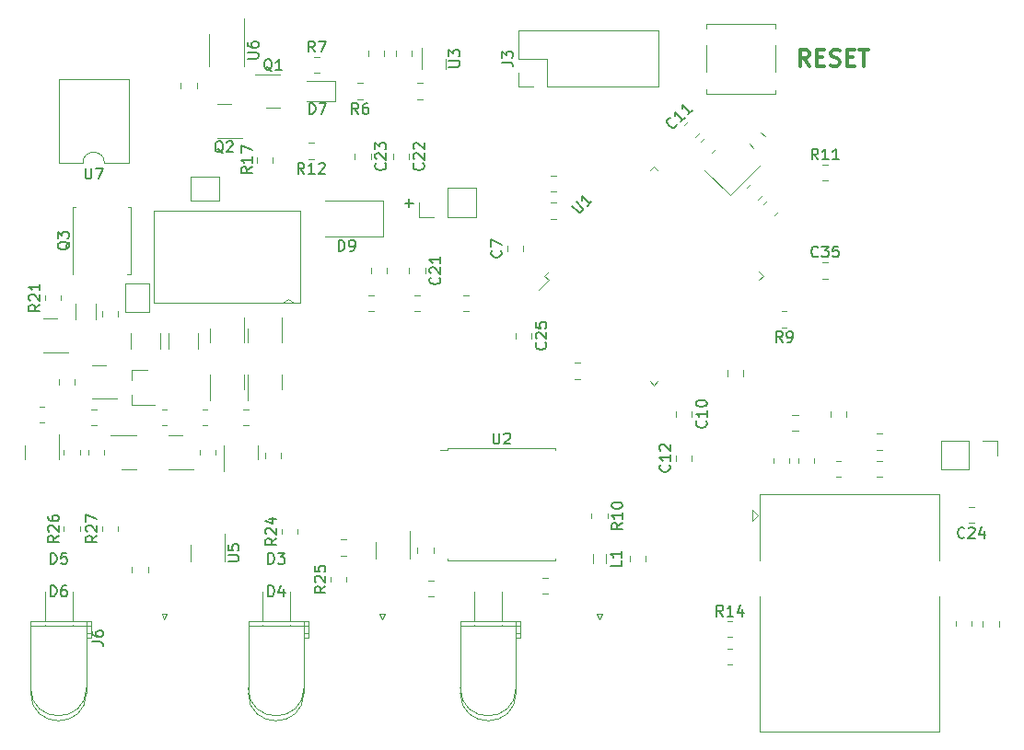
<source format=gbr>
%TF.GenerationSoftware,KiCad,Pcbnew,6.0.2+dfsg-1*%
%TF.CreationDate,2023-05-24T12:36:41-05:00*%
%TF.ProjectId,ethernet,65746865-726e-4657-942e-6b696361645f,rev?*%
%TF.SameCoordinates,Original*%
%TF.FileFunction,Legend,Top*%
%TF.FilePolarity,Positive*%
%FSLAX46Y46*%
G04 Gerber Fmt 4.6, Leading zero omitted, Abs format (unit mm)*
G04 Created by KiCad (PCBNEW 6.0.2+dfsg-1) date 2023-05-24 12:36:41*
%MOMM*%
%LPD*%
G01*
G04 APERTURE LIST*
%ADD10C,0.300000*%
%ADD11C,0.150000*%
%ADD12C,0.120000*%
G04 APERTURE END LIST*
D10*
X123321428Y-56178571D02*
X122821428Y-55464285D01*
X122464285Y-56178571D02*
X122464285Y-54678571D01*
X123035714Y-54678571D01*
X123178571Y-54750000D01*
X123250000Y-54821428D01*
X123321428Y-54964285D01*
X123321428Y-55178571D01*
X123250000Y-55321428D01*
X123178571Y-55392857D01*
X123035714Y-55464285D01*
X122464285Y-55464285D01*
X123964285Y-55392857D02*
X124464285Y-55392857D01*
X124678571Y-56178571D02*
X123964285Y-56178571D01*
X123964285Y-54678571D01*
X124678571Y-54678571D01*
X125250000Y-56107142D02*
X125464285Y-56178571D01*
X125821428Y-56178571D01*
X125964285Y-56107142D01*
X126035714Y-56035714D01*
X126107142Y-55892857D01*
X126107142Y-55750000D01*
X126035714Y-55607142D01*
X125964285Y-55535714D01*
X125821428Y-55464285D01*
X125535714Y-55392857D01*
X125392857Y-55321428D01*
X125321428Y-55250000D01*
X125250000Y-55107142D01*
X125250000Y-54964285D01*
X125321428Y-54821428D01*
X125392857Y-54750000D01*
X125535714Y-54678571D01*
X125892857Y-54678571D01*
X126107142Y-54750000D01*
X126750000Y-55392857D02*
X127250000Y-55392857D01*
X127464285Y-56178571D02*
X126750000Y-56178571D01*
X126750000Y-54678571D01*
X127464285Y-54678571D01*
X127892857Y-54678571D02*
X128750000Y-54678571D01*
X128321428Y-56178571D02*
X128321428Y-54678571D01*
D11*
X86119047Y-68821428D02*
X86880952Y-68821428D01*
X86500000Y-69202380D02*
X86500000Y-68440476D01*
%TO.C,C35*%
X124107142Y-73677142D02*
X124059523Y-73724761D01*
X123916666Y-73772380D01*
X123821428Y-73772380D01*
X123678571Y-73724761D01*
X123583333Y-73629523D01*
X123535714Y-73534285D01*
X123488095Y-73343809D01*
X123488095Y-73200952D01*
X123535714Y-73010476D01*
X123583333Y-72915238D01*
X123678571Y-72820000D01*
X123821428Y-72772380D01*
X123916666Y-72772380D01*
X124059523Y-72820000D01*
X124107142Y-72867619D01*
X124440476Y-72772380D02*
X125059523Y-72772380D01*
X124726190Y-73153333D01*
X124869047Y-73153333D01*
X124964285Y-73200952D01*
X125011904Y-73248571D01*
X125059523Y-73343809D01*
X125059523Y-73581904D01*
X125011904Y-73677142D01*
X124964285Y-73724761D01*
X124869047Y-73772380D01*
X124583333Y-73772380D01*
X124488095Y-73724761D01*
X124440476Y-73677142D01*
X125964285Y-72772380D02*
X125488095Y-72772380D01*
X125440476Y-73248571D01*
X125488095Y-73200952D01*
X125583333Y-73153333D01*
X125821428Y-73153333D01*
X125916666Y-73200952D01*
X125964285Y-73248571D01*
X126011904Y-73343809D01*
X126011904Y-73581904D01*
X125964285Y-73677142D01*
X125916666Y-73724761D01*
X125821428Y-73772380D01*
X125583333Y-73772380D01*
X125488095Y-73724761D01*
X125440476Y-73677142D01*
%TO.C,U5*%
X69852380Y-101761904D02*
X70661904Y-101761904D01*
X70757142Y-101714285D01*
X70804761Y-101666666D01*
X70852380Y-101571428D01*
X70852380Y-101380952D01*
X70804761Y-101285714D01*
X70757142Y-101238095D01*
X70661904Y-101190476D01*
X69852380Y-101190476D01*
X69852380Y-100238095D02*
X69852380Y-100714285D01*
X70328571Y-100761904D01*
X70280952Y-100714285D01*
X70233333Y-100619047D01*
X70233333Y-100380952D01*
X70280952Y-100285714D01*
X70328571Y-100238095D01*
X70423809Y-100190476D01*
X70661904Y-100190476D01*
X70757142Y-100238095D01*
X70804761Y-100285714D01*
X70852380Y-100380952D01*
X70852380Y-100619047D01*
X70804761Y-100714285D01*
X70757142Y-100761904D01*
%TO.C,R27*%
X57802380Y-99392857D02*
X57326190Y-99726190D01*
X57802380Y-99964285D02*
X56802380Y-99964285D01*
X56802380Y-99583333D01*
X56850000Y-99488095D01*
X56897619Y-99440476D01*
X56992857Y-99392857D01*
X57135714Y-99392857D01*
X57230952Y-99440476D01*
X57278571Y-99488095D01*
X57326190Y-99583333D01*
X57326190Y-99964285D01*
X56897619Y-99011904D02*
X56850000Y-98964285D01*
X56802380Y-98869047D01*
X56802380Y-98630952D01*
X56850000Y-98535714D01*
X56897619Y-98488095D01*
X56992857Y-98440476D01*
X57088095Y-98440476D01*
X57230952Y-98488095D01*
X57802380Y-99059523D01*
X57802380Y-98440476D01*
X56802380Y-98107142D02*
X56802380Y-97440476D01*
X57802380Y-97869047D01*
%TO.C,R21*%
X52552380Y-78142857D02*
X52076190Y-78476190D01*
X52552380Y-78714285D02*
X51552380Y-78714285D01*
X51552380Y-78333333D01*
X51600000Y-78238095D01*
X51647619Y-78190476D01*
X51742857Y-78142857D01*
X51885714Y-78142857D01*
X51980952Y-78190476D01*
X52028571Y-78238095D01*
X52076190Y-78333333D01*
X52076190Y-78714285D01*
X51647619Y-77761904D02*
X51600000Y-77714285D01*
X51552380Y-77619047D01*
X51552380Y-77380952D01*
X51600000Y-77285714D01*
X51647619Y-77238095D01*
X51742857Y-77190476D01*
X51838095Y-77190476D01*
X51980952Y-77238095D01*
X52552380Y-77809523D01*
X52552380Y-77190476D01*
X52552380Y-76238095D02*
X52552380Y-76809523D01*
X52552380Y-76523809D02*
X51552380Y-76523809D01*
X51695238Y-76619047D01*
X51790476Y-76714285D01*
X51838095Y-76809523D01*
%TO.C,D7*%
X77324404Y-60602380D02*
X77324404Y-59602380D01*
X77562500Y-59602380D01*
X77705357Y-59650000D01*
X77800595Y-59745238D01*
X77848214Y-59840476D01*
X77895833Y-60030952D01*
X77895833Y-60173809D01*
X77848214Y-60364285D01*
X77800595Y-60459523D01*
X77705357Y-60554761D01*
X77562500Y-60602380D01*
X77324404Y-60602380D01*
X78229166Y-59602380D02*
X78895833Y-59602380D01*
X78467261Y-60602380D01*
%TO.C,R17*%
X72052380Y-65480357D02*
X71576190Y-65813690D01*
X72052380Y-66051785D02*
X71052380Y-66051785D01*
X71052380Y-65670833D01*
X71100000Y-65575595D01*
X71147619Y-65527976D01*
X71242857Y-65480357D01*
X71385714Y-65480357D01*
X71480952Y-65527976D01*
X71528571Y-65575595D01*
X71576190Y-65670833D01*
X71576190Y-66051785D01*
X72052380Y-64527976D02*
X72052380Y-65099404D01*
X72052380Y-64813690D02*
X71052380Y-64813690D01*
X71195238Y-64908928D01*
X71290476Y-65004166D01*
X71338095Y-65099404D01*
X71052380Y-64194642D02*
X71052380Y-63527976D01*
X72052380Y-63956547D01*
%TO.C,R7*%
X77833333Y-54889880D02*
X77500000Y-54413690D01*
X77261904Y-54889880D02*
X77261904Y-53889880D01*
X77642857Y-53889880D01*
X77738095Y-53937500D01*
X77785714Y-53985119D01*
X77833333Y-54080357D01*
X77833333Y-54223214D01*
X77785714Y-54318452D01*
X77738095Y-54366071D01*
X77642857Y-54413690D01*
X77261904Y-54413690D01*
X78166666Y-53889880D02*
X78833333Y-53889880D01*
X78404761Y-54889880D01*
%TO.C,L1*%
X106002380Y-101666666D02*
X106002380Y-102142857D01*
X105002380Y-102142857D01*
X106002380Y-100809523D02*
X106002380Y-101380952D01*
X106002380Y-101095238D02*
X105002380Y-101095238D01*
X105145238Y-101190476D01*
X105240476Y-101285714D01*
X105288095Y-101380952D01*
%TO.C,R11*%
X124107142Y-64802380D02*
X123773809Y-64326190D01*
X123535714Y-64802380D02*
X123535714Y-63802380D01*
X123916666Y-63802380D01*
X124011904Y-63850000D01*
X124059523Y-63897619D01*
X124107142Y-63992857D01*
X124107142Y-64135714D01*
X124059523Y-64230952D01*
X124011904Y-64278571D01*
X123916666Y-64326190D01*
X123535714Y-64326190D01*
X125059523Y-64802380D02*
X124488095Y-64802380D01*
X124773809Y-64802380D02*
X124773809Y-63802380D01*
X124678571Y-63945238D01*
X124583333Y-64040476D01*
X124488095Y-64088095D01*
X126011904Y-64802380D02*
X125440476Y-64802380D01*
X125726190Y-64802380D02*
X125726190Y-63802380D01*
X125630952Y-63945238D01*
X125535714Y-64040476D01*
X125440476Y-64088095D01*
%TO.C,C23*%
X84287142Y-65142857D02*
X84334761Y-65190476D01*
X84382380Y-65333333D01*
X84382380Y-65428571D01*
X84334761Y-65571428D01*
X84239523Y-65666666D01*
X84144285Y-65714285D01*
X83953809Y-65761904D01*
X83810952Y-65761904D01*
X83620476Y-65714285D01*
X83525238Y-65666666D01*
X83430000Y-65571428D01*
X83382380Y-65428571D01*
X83382380Y-65333333D01*
X83430000Y-65190476D01*
X83477619Y-65142857D01*
X83477619Y-64761904D02*
X83430000Y-64714285D01*
X83382380Y-64619047D01*
X83382380Y-64380952D01*
X83430000Y-64285714D01*
X83477619Y-64238095D01*
X83572857Y-64190476D01*
X83668095Y-64190476D01*
X83810952Y-64238095D01*
X84382380Y-64809523D01*
X84382380Y-64190476D01*
X83382380Y-63857142D02*
X83382380Y-63238095D01*
X83763333Y-63571428D01*
X83763333Y-63428571D01*
X83810952Y-63333333D01*
X83858571Y-63285714D01*
X83953809Y-63238095D01*
X84191904Y-63238095D01*
X84287142Y-63285714D01*
X84334761Y-63333333D01*
X84382380Y-63428571D01*
X84382380Y-63714285D01*
X84334761Y-63809523D01*
X84287142Y-63857142D01*
%TO.C,R12*%
X76857142Y-66102380D02*
X76523809Y-65626190D01*
X76285714Y-66102380D02*
X76285714Y-65102380D01*
X76666666Y-65102380D01*
X76761904Y-65150000D01*
X76809523Y-65197619D01*
X76857142Y-65292857D01*
X76857142Y-65435714D01*
X76809523Y-65530952D01*
X76761904Y-65578571D01*
X76666666Y-65626190D01*
X76285714Y-65626190D01*
X77809523Y-66102380D02*
X77238095Y-66102380D01*
X77523809Y-66102380D02*
X77523809Y-65102380D01*
X77428571Y-65245238D01*
X77333333Y-65340476D01*
X77238095Y-65388095D01*
X78190476Y-65197619D02*
X78238095Y-65150000D01*
X78333333Y-65102380D01*
X78571428Y-65102380D01*
X78666666Y-65150000D01*
X78714285Y-65197619D01*
X78761904Y-65292857D01*
X78761904Y-65388095D01*
X78714285Y-65530952D01*
X78142857Y-66102380D01*
X78761904Y-66102380D01*
%TO.C,C10*%
X113787142Y-88842857D02*
X113834761Y-88890476D01*
X113882380Y-89033333D01*
X113882380Y-89128571D01*
X113834761Y-89271428D01*
X113739523Y-89366666D01*
X113644285Y-89414285D01*
X113453809Y-89461904D01*
X113310952Y-89461904D01*
X113120476Y-89414285D01*
X113025238Y-89366666D01*
X112930000Y-89271428D01*
X112882380Y-89128571D01*
X112882380Y-89033333D01*
X112930000Y-88890476D01*
X112977619Y-88842857D01*
X113882380Y-87890476D02*
X113882380Y-88461904D01*
X113882380Y-88176190D02*
X112882380Y-88176190D01*
X113025238Y-88271428D01*
X113120476Y-88366666D01*
X113168095Y-88461904D01*
X112882380Y-87271428D02*
X112882380Y-87176190D01*
X112930000Y-87080952D01*
X112977619Y-87033333D01*
X113072857Y-86985714D01*
X113263333Y-86938095D01*
X113501428Y-86938095D01*
X113691904Y-86985714D01*
X113787142Y-87033333D01*
X113834761Y-87080952D01*
X113882380Y-87176190D01*
X113882380Y-87271428D01*
X113834761Y-87366666D01*
X113787142Y-87414285D01*
X113691904Y-87461904D01*
X113501428Y-87509523D01*
X113263333Y-87509523D01*
X113072857Y-87461904D01*
X112977619Y-87414285D01*
X112930000Y-87366666D01*
X112882380Y-87271428D01*
%TO.C,Q2*%
X69404761Y-64197619D02*
X69309523Y-64150000D01*
X69214285Y-64054761D01*
X69071428Y-63911904D01*
X68976190Y-63864285D01*
X68880952Y-63864285D01*
X68928571Y-64102380D02*
X68833333Y-64054761D01*
X68738095Y-63959523D01*
X68690476Y-63769047D01*
X68690476Y-63435714D01*
X68738095Y-63245238D01*
X68833333Y-63150000D01*
X68928571Y-63102380D01*
X69119047Y-63102380D01*
X69214285Y-63150000D01*
X69309523Y-63245238D01*
X69357142Y-63435714D01*
X69357142Y-63769047D01*
X69309523Y-63959523D01*
X69214285Y-64054761D01*
X69119047Y-64102380D01*
X68928571Y-64102380D01*
X69738095Y-63197619D02*
X69785714Y-63150000D01*
X69880952Y-63102380D01*
X70119047Y-63102380D01*
X70214285Y-63150000D01*
X70261904Y-63197619D01*
X70309523Y-63292857D01*
X70309523Y-63388095D01*
X70261904Y-63530952D01*
X69690476Y-64102380D01*
X70309523Y-64102380D01*
%TO.C,R14*%
X115357142Y-106802380D02*
X115023809Y-106326190D01*
X114785714Y-106802380D02*
X114785714Y-105802380D01*
X115166666Y-105802380D01*
X115261904Y-105850000D01*
X115309523Y-105897619D01*
X115357142Y-105992857D01*
X115357142Y-106135714D01*
X115309523Y-106230952D01*
X115261904Y-106278571D01*
X115166666Y-106326190D01*
X114785714Y-106326190D01*
X116309523Y-106802380D02*
X115738095Y-106802380D01*
X116023809Y-106802380D02*
X116023809Y-105802380D01*
X115928571Y-105945238D01*
X115833333Y-106040476D01*
X115738095Y-106088095D01*
X117166666Y-106135714D02*
X117166666Y-106802380D01*
X116928571Y-105754761D02*
X116690476Y-106469047D01*
X117309523Y-106469047D01*
%TO.C,J6*%
X57352380Y-109128333D02*
X58066666Y-109128333D01*
X58209523Y-109175952D01*
X58304761Y-109271190D01*
X58352380Y-109414047D01*
X58352380Y-109509285D01*
X57352380Y-108223571D02*
X57352380Y-108414047D01*
X57400000Y-108509285D01*
X57447619Y-108556904D01*
X57590476Y-108652142D01*
X57780952Y-108699761D01*
X58161904Y-108699761D01*
X58257142Y-108652142D01*
X58304761Y-108604523D01*
X58352380Y-108509285D01*
X58352380Y-108318809D01*
X58304761Y-108223571D01*
X58257142Y-108175952D01*
X58161904Y-108128333D01*
X57923809Y-108128333D01*
X57828571Y-108175952D01*
X57780952Y-108223571D01*
X57733333Y-108318809D01*
X57733333Y-108509285D01*
X57780952Y-108604523D01*
X57828571Y-108652142D01*
X57923809Y-108699761D01*
%TO.C,U3*%
X90152380Y-56261904D02*
X90961904Y-56261904D01*
X91057142Y-56214285D01*
X91104761Y-56166666D01*
X91152380Y-56071428D01*
X91152380Y-55880952D01*
X91104761Y-55785714D01*
X91057142Y-55738095D01*
X90961904Y-55690476D01*
X90152380Y-55690476D01*
X90152380Y-55309523D02*
X90152380Y-54690476D01*
X90533333Y-55023809D01*
X90533333Y-54880952D01*
X90580952Y-54785714D01*
X90628571Y-54738095D01*
X90723809Y-54690476D01*
X90961904Y-54690476D01*
X91057142Y-54738095D01*
X91104761Y-54785714D01*
X91152380Y-54880952D01*
X91152380Y-55166666D01*
X91104761Y-55261904D01*
X91057142Y-55309523D01*
%TO.C,C22*%
X87787142Y-65142857D02*
X87834761Y-65190476D01*
X87882380Y-65333333D01*
X87882380Y-65428571D01*
X87834761Y-65571428D01*
X87739523Y-65666666D01*
X87644285Y-65714285D01*
X87453809Y-65761904D01*
X87310952Y-65761904D01*
X87120476Y-65714285D01*
X87025238Y-65666666D01*
X86930000Y-65571428D01*
X86882380Y-65428571D01*
X86882380Y-65333333D01*
X86930000Y-65190476D01*
X86977619Y-65142857D01*
X86977619Y-64761904D02*
X86930000Y-64714285D01*
X86882380Y-64619047D01*
X86882380Y-64380952D01*
X86930000Y-64285714D01*
X86977619Y-64238095D01*
X87072857Y-64190476D01*
X87168095Y-64190476D01*
X87310952Y-64238095D01*
X87882380Y-64809523D01*
X87882380Y-64190476D01*
X86977619Y-63809523D02*
X86930000Y-63761904D01*
X86882380Y-63666666D01*
X86882380Y-63428571D01*
X86930000Y-63333333D01*
X86977619Y-63285714D01*
X87072857Y-63238095D01*
X87168095Y-63238095D01*
X87310952Y-63285714D01*
X87882380Y-63857142D01*
X87882380Y-63238095D01*
%TO.C,C25*%
X99037142Y-81642857D02*
X99084761Y-81690476D01*
X99132380Y-81833333D01*
X99132380Y-81928571D01*
X99084761Y-82071428D01*
X98989523Y-82166666D01*
X98894285Y-82214285D01*
X98703809Y-82261904D01*
X98560952Y-82261904D01*
X98370476Y-82214285D01*
X98275238Y-82166666D01*
X98180000Y-82071428D01*
X98132380Y-81928571D01*
X98132380Y-81833333D01*
X98180000Y-81690476D01*
X98227619Y-81642857D01*
X98227619Y-81261904D02*
X98180000Y-81214285D01*
X98132380Y-81119047D01*
X98132380Y-80880952D01*
X98180000Y-80785714D01*
X98227619Y-80738095D01*
X98322857Y-80690476D01*
X98418095Y-80690476D01*
X98560952Y-80738095D01*
X99132380Y-81309523D01*
X99132380Y-80690476D01*
X98132380Y-79785714D02*
X98132380Y-80261904D01*
X98608571Y-80309523D01*
X98560952Y-80261904D01*
X98513333Y-80166666D01*
X98513333Y-79928571D01*
X98560952Y-79833333D01*
X98608571Y-79785714D01*
X98703809Y-79738095D01*
X98941904Y-79738095D01*
X99037142Y-79785714D01*
X99084761Y-79833333D01*
X99132380Y-79928571D01*
X99132380Y-80166666D01*
X99084761Y-80261904D01*
X99037142Y-80309523D01*
%TO.C,R25*%
X78802380Y-104055357D02*
X78326190Y-104388690D01*
X78802380Y-104626785D02*
X77802380Y-104626785D01*
X77802380Y-104245833D01*
X77850000Y-104150595D01*
X77897619Y-104102976D01*
X77992857Y-104055357D01*
X78135714Y-104055357D01*
X78230952Y-104102976D01*
X78278571Y-104150595D01*
X78326190Y-104245833D01*
X78326190Y-104626785D01*
X77897619Y-103674404D02*
X77850000Y-103626785D01*
X77802380Y-103531547D01*
X77802380Y-103293452D01*
X77850000Y-103198214D01*
X77897619Y-103150595D01*
X77992857Y-103102976D01*
X78088095Y-103102976D01*
X78230952Y-103150595D01*
X78802380Y-103722023D01*
X78802380Y-103102976D01*
X77802380Y-102198214D02*
X77802380Y-102674404D01*
X78278571Y-102722023D01*
X78230952Y-102674404D01*
X78183333Y-102579166D01*
X78183333Y-102341071D01*
X78230952Y-102245833D01*
X78278571Y-102198214D01*
X78373809Y-102150595D01*
X78611904Y-102150595D01*
X78707142Y-102198214D01*
X78754761Y-102245833D01*
X78802380Y-102341071D01*
X78802380Y-102579166D01*
X78754761Y-102674404D01*
X78707142Y-102722023D01*
%TO.C,C7*%
X94927142Y-73166666D02*
X94974761Y-73214285D01*
X95022380Y-73357142D01*
X95022380Y-73452380D01*
X94974761Y-73595238D01*
X94879523Y-73690476D01*
X94784285Y-73738095D01*
X94593809Y-73785714D01*
X94450952Y-73785714D01*
X94260476Y-73738095D01*
X94165238Y-73690476D01*
X94070000Y-73595238D01*
X94022380Y-73452380D01*
X94022380Y-73357142D01*
X94070000Y-73214285D01*
X94117619Y-73166666D01*
X94022380Y-72833333D02*
X94022380Y-72166666D01*
X95022380Y-72595238D01*
%TO.C,R9*%
X120833333Y-81602380D02*
X120500000Y-81126190D01*
X120261904Y-81602380D02*
X120261904Y-80602380D01*
X120642857Y-80602380D01*
X120738095Y-80650000D01*
X120785714Y-80697619D01*
X120833333Y-80792857D01*
X120833333Y-80935714D01*
X120785714Y-81030952D01*
X120738095Y-81078571D01*
X120642857Y-81126190D01*
X120261904Y-81126190D01*
X121309523Y-81602380D02*
X121500000Y-81602380D01*
X121595238Y-81554761D01*
X121642857Y-81507142D01*
X121738095Y-81364285D01*
X121785714Y-81173809D01*
X121785714Y-80792857D01*
X121738095Y-80697619D01*
X121690476Y-80650000D01*
X121595238Y-80602380D01*
X121404761Y-80602380D01*
X121309523Y-80650000D01*
X121261904Y-80697619D01*
X121214285Y-80792857D01*
X121214285Y-81030952D01*
X121261904Y-81126190D01*
X121309523Y-81173809D01*
X121404761Y-81221428D01*
X121595238Y-81221428D01*
X121690476Y-81173809D01*
X121738095Y-81126190D01*
X121785714Y-81030952D01*
%TO.C,D3*%
X73531904Y-101992380D02*
X73531904Y-100992380D01*
X73770000Y-100992380D01*
X73912857Y-101040000D01*
X74008095Y-101135238D01*
X74055714Y-101230476D01*
X74103333Y-101420952D01*
X74103333Y-101563809D01*
X74055714Y-101754285D01*
X74008095Y-101849523D01*
X73912857Y-101944761D01*
X73770000Y-101992380D01*
X73531904Y-101992380D01*
X74436666Y-100992380D02*
X75055714Y-100992380D01*
X74722380Y-101373333D01*
X74865238Y-101373333D01*
X74960476Y-101420952D01*
X75008095Y-101468571D01*
X75055714Y-101563809D01*
X75055714Y-101801904D01*
X75008095Y-101897142D01*
X74960476Y-101944761D01*
X74865238Y-101992380D01*
X74579523Y-101992380D01*
X74484285Y-101944761D01*
X74436666Y-101897142D01*
%TO.C,C12*%
X110427142Y-92892857D02*
X110474761Y-92940476D01*
X110522380Y-93083333D01*
X110522380Y-93178571D01*
X110474761Y-93321428D01*
X110379523Y-93416666D01*
X110284285Y-93464285D01*
X110093809Y-93511904D01*
X109950952Y-93511904D01*
X109760476Y-93464285D01*
X109665238Y-93416666D01*
X109570000Y-93321428D01*
X109522380Y-93178571D01*
X109522380Y-93083333D01*
X109570000Y-92940476D01*
X109617619Y-92892857D01*
X110522380Y-91940476D02*
X110522380Y-92511904D01*
X110522380Y-92226190D02*
X109522380Y-92226190D01*
X109665238Y-92321428D01*
X109760476Y-92416666D01*
X109808095Y-92511904D01*
X109617619Y-91559523D02*
X109570000Y-91511904D01*
X109522380Y-91416666D01*
X109522380Y-91178571D01*
X109570000Y-91083333D01*
X109617619Y-91035714D01*
X109712857Y-90988095D01*
X109808095Y-90988095D01*
X109950952Y-91035714D01*
X110522380Y-91607142D01*
X110522380Y-90988095D01*
%TO.C,D6*%
X53531904Y-104992380D02*
X53531904Y-103992380D01*
X53770000Y-103992380D01*
X53912857Y-104040000D01*
X54008095Y-104135238D01*
X54055714Y-104230476D01*
X54103333Y-104420952D01*
X54103333Y-104563809D01*
X54055714Y-104754285D01*
X54008095Y-104849523D01*
X53912857Y-104944761D01*
X53770000Y-104992380D01*
X53531904Y-104992380D01*
X54960476Y-103992380D02*
X54770000Y-103992380D01*
X54674761Y-104040000D01*
X54627142Y-104087619D01*
X54531904Y-104230476D01*
X54484285Y-104420952D01*
X54484285Y-104801904D01*
X54531904Y-104897142D01*
X54579523Y-104944761D01*
X54674761Y-104992380D01*
X54865238Y-104992380D01*
X54960476Y-104944761D01*
X55008095Y-104897142D01*
X55055714Y-104801904D01*
X55055714Y-104563809D01*
X55008095Y-104468571D01*
X54960476Y-104420952D01*
X54865238Y-104373333D01*
X54674761Y-104373333D01*
X54579523Y-104420952D01*
X54531904Y-104468571D01*
X54484285Y-104563809D01*
%TO.C,U7*%
X56738095Y-65572380D02*
X56738095Y-66381904D01*
X56785714Y-66477142D01*
X56833333Y-66524761D01*
X56928571Y-66572380D01*
X57119047Y-66572380D01*
X57214285Y-66524761D01*
X57261904Y-66477142D01*
X57309523Y-66381904D01*
X57309523Y-65572380D01*
X57690476Y-65572380D02*
X58357142Y-65572380D01*
X57928571Y-66572380D01*
%TO.C,C11*%
X111110030Y-61519167D02*
X111110030Y-61586511D01*
X111042686Y-61721198D01*
X110975343Y-61788541D01*
X110840656Y-61855885D01*
X110705969Y-61855885D01*
X110604954Y-61822213D01*
X110436595Y-61721198D01*
X110335580Y-61620183D01*
X110234564Y-61451824D01*
X110200893Y-61350809D01*
X110200893Y-61216122D01*
X110268236Y-61081435D01*
X110335580Y-61014091D01*
X110470267Y-60946748D01*
X110537610Y-60946748D01*
X111850809Y-60913076D02*
X111446748Y-61317137D01*
X111648778Y-61115106D02*
X110941671Y-60407999D01*
X110975343Y-60576358D01*
X110975343Y-60711045D01*
X110941671Y-60812061D01*
X112524244Y-60239641D02*
X112120183Y-60643702D01*
X112322213Y-60441671D02*
X111615106Y-59734564D01*
X111648778Y-59902923D01*
X111648778Y-60037610D01*
X111615106Y-60138625D01*
%TO.C,U1*%
X101462578Y-69040074D02*
X102034998Y-69612494D01*
X102136013Y-69646166D01*
X102203357Y-69646166D01*
X102304372Y-69612494D01*
X102439059Y-69477807D01*
X102472731Y-69376792D01*
X102472731Y-69309448D01*
X102439059Y-69208433D01*
X101866639Y-68636013D01*
X103280853Y-68636013D02*
X102876792Y-69040074D01*
X103078822Y-68838044D02*
X102371716Y-68130937D01*
X102405387Y-68299296D01*
X102405387Y-68433983D01*
X102371716Y-68534998D01*
%TO.C,R24*%
X74302380Y-99642857D02*
X73826190Y-99976190D01*
X74302380Y-100214285D02*
X73302380Y-100214285D01*
X73302380Y-99833333D01*
X73350000Y-99738095D01*
X73397619Y-99690476D01*
X73492857Y-99642857D01*
X73635714Y-99642857D01*
X73730952Y-99690476D01*
X73778571Y-99738095D01*
X73826190Y-99833333D01*
X73826190Y-100214285D01*
X73397619Y-99261904D02*
X73350000Y-99214285D01*
X73302380Y-99119047D01*
X73302380Y-98880952D01*
X73350000Y-98785714D01*
X73397619Y-98738095D01*
X73492857Y-98690476D01*
X73588095Y-98690476D01*
X73730952Y-98738095D01*
X74302380Y-99309523D01*
X74302380Y-98690476D01*
X73635714Y-97833333D02*
X74302380Y-97833333D01*
X73254761Y-98071428D02*
X73969047Y-98309523D01*
X73969047Y-97690476D01*
%TO.C,U6*%
X71652380Y-55511904D02*
X72461904Y-55511904D01*
X72557142Y-55464285D01*
X72604761Y-55416666D01*
X72652380Y-55321428D01*
X72652380Y-55130952D01*
X72604761Y-55035714D01*
X72557142Y-54988095D01*
X72461904Y-54940476D01*
X71652380Y-54940476D01*
X71652380Y-54035714D02*
X71652380Y-54226190D01*
X71700000Y-54321428D01*
X71747619Y-54369047D01*
X71890476Y-54464285D01*
X72080952Y-54511904D01*
X72461904Y-54511904D01*
X72557142Y-54464285D01*
X72604761Y-54416666D01*
X72652380Y-54321428D01*
X72652380Y-54130952D01*
X72604761Y-54035714D01*
X72557142Y-53988095D01*
X72461904Y-53940476D01*
X72223809Y-53940476D01*
X72128571Y-53988095D01*
X72080952Y-54035714D01*
X72033333Y-54130952D01*
X72033333Y-54321428D01*
X72080952Y-54416666D01*
X72128571Y-54464285D01*
X72223809Y-54511904D01*
%TO.C,Q1*%
X73904761Y-56647619D02*
X73809523Y-56600000D01*
X73714285Y-56504761D01*
X73571428Y-56361904D01*
X73476190Y-56314285D01*
X73380952Y-56314285D01*
X73428571Y-56552380D02*
X73333333Y-56504761D01*
X73238095Y-56409523D01*
X73190476Y-56219047D01*
X73190476Y-55885714D01*
X73238095Y-55695238D01*
X73333333Y-55600000D01*
X73428571Y-55552380D01*
X73619047Y-55552380D01*
X73714285Y-55600000D01*
X73809523Y-55695238D01*
X73857142Y-55885714D01*
X73857142Y-56219047D01*
X73809523Y-56409523D01*
X73714285Y-56504761D01*
X73619047Y-56552380D01*
X73428571Y-56552380D01*
X74809523Y-56552380D02*
X74238095Y-56552380D01*
X74523809Y-56552380D02*
X74523809Y-55552380D01*
X74428571Y-55695238D01*
X74333333Y-55790476D01*
X74238095Y-55838095D01*
%TO.C,R26*%
X54302380Y-99392857D02*
X53826190Y-99726190D01*
X54302380Y-99964285D02*
X53302380Y-99964285D01*
X53302380Y-99583333D01*
X53350000Y-99488095D01*
X53397619Y-99440476D01*
X53492857Y-99392857D01*
X53635714Y-99392857D01*
X53730952Y-99440476D01*
X53778571Y-99488095D01*
X53826190Y-99583333D01*
X53826190Y-99964285D01*
X53397619Y-99011904D02*
X53350000Y-98964285D01*
X53302380Y-98869047D01*
X53302380Y-98630952D01*
X53350000Y-98535714D01*
X53397619Y-98488095D01*
X53492857Y-98440476D01*
X53588095Y-98440476D01*
X53730952Y-98488095D01*
X54302380Y-99059523D01*
X54302380Y-98440476D01*
X53302380Y-97583333D02*
X53302380Y-97773809D01*
X53350000Y-97869047D01*
X53397619Y-97916666D01*
X53540476Y-98011904D01*
X53730952Y-98059523D01*
X54111904Y-98059523D01*
X54207142Y-98011904D01*
X54254761Y-97964285D01*
X54302380Y-97869047D01*
X54302380Y-97678571D01*
X54254761Y-97583333D01*
X54207142Y-97535714D01*
X54111904Y-97488095D01*
X53873809Y-97488095D01*
X53778571Y-97535714D01*
X53730952Y-97583333D01*
X53683333Y-97678571D01*
X53683333Y-97869047D01*
X53730952Y-97964285D01*
X53778571Y-98011904D01*
X53873809Y-98059523D01*
%TO.C,D5*%
X53531904Y-101992380D02*
X53531904Y-100992380D01*
X53770000Y-100992380D01*
X53912857Y-101040000D01*
X54008095Y-101135238D01*
X54055714Y-101230476D01*
X54103333Y-101420952D01*
X54103333Y-101563809D01*
X54055714Y-101754285D01*
X54008095Y-101849523D01*
X53912857Y-101944761D01*
X53770000Y-101992380D01*
X53531904Y-101992380D01*
X55008095Y-100992380D02*
X54531904Y-100992380D01*
X54484285Y-101468571D01*
X54531904Y-101420952D01*
X54627142Y-101373333D01*
X54865238Y-101373333D01*
X54960476Y-101420952D01*
X55008095Y-101468571D01*
X55055714Y-101563809D01*
X55055714Y-101801904D01*
X55008095Y-101897142D01*
X54960476Y-101944761D01*
X54865238Y-101992380D01*
X54627142Y-101992380D01*
X54531904Y-101944761D01*
X54484285Y-101897142D01*
%TO.C,J3*%
X95047380Y-55838333D02*
X95761666Y-55838333D01*
X95904523Y-55885952D01*
X95999761Y-55981190D01*
X96047380Y-56124047D01*
X96047380Y-56219285D01*
X95047380Y-55457380D02*
X95047380Y-54838333D01*
X95428333Y-55171666D01*
X95428333Y-55028809D01*
X95475952Y-54933571D01*
X95523571Y-54885952D01*
X95618809Y-54838333D01*
X95856904Y-54838333D01*
X95952142Y-54885952D01*
X95999761Y-54933571D01*
X96047380Y-55028809D01*
X96047380Y-55314523D01*
X95999761Y-55409761D01*
X95952142Y-55457380D01*
%TO.C,C24*%
X137557142Y-99537142D02*
X137509523Y-99584761D01*
X137366666Y-99632380D01*
X137271428Y-99632380D01*
X137128571Y-99584761D01*
X137033333Y-99489523D01*
X136985714Y-99394285D01*
X136938095Y-99203809D01*
X136938095Y-99060952D01*
X136985714Y-98870476D01*
X137033333Y-98775238D01*
X137128571Y-98680000D01*
X137271428Y-98632380D01*
X137366666Y-98632380D01*
X137509523Y-98680000D01*
X137557142Y-98727619D01*
X137938095Y-98727619D02*
X137985714Y-98680000D01*
X138080952Y-98632380D01*
X138319047Y-98632380D01*
X138414285Y-98680000D01*
X138461904Y-98727619D01*
X138509523Y-98822857D01*
X138509523Y-98918095D01*
X138461904Y-99060952D01*
X137890476Y-99632380D01*
X138509523Y-99632380D01*
X139366666Y-98965714D02*
X139366666Y-99632380D01*
X139128571Y-98584761D02*
X138890476Y-99299047D01*
X139509523Y-99299047D01*
%TO.C,U2*%
X94238095Y-89952380D02*
X94238095Y-90761904D01*
X94285714Y-90857142D01*
X94333333Y-90904761D01*
X94428571Y-90952380D01*
X94619047Y-90952380D01*
X94714285Y-90904761D01*
X94761904Y-90857142D01*
X94809523Y-90761904D01*
X94809523Y-89952380D01*
X95238095Y-90047619D02*
X95285714Y-90000000D01*
X95380952Y-89952380D01*
X95619047Y-89952380D01*
X95714285Y-90000000D01*
X95761904Y-90047619D01*
X95809523Y-90142857D01*
X95809523Y-90238095D01*
X95761904Y-90380952D01*
X95190476Y-90952380D01*
X95809523Y-90952380D01*
%TO.C,D9*%
X80011904Y-73202380D02*
X80011904Y-72202380D01*
X80250000Y-72202380D01*
X80392857Y-72250000D01*
X80488095Y-72345238D01*
X80535714Y-72440476D01*
X80583333Y-72630952D01*
X80583333Y-72773809D01*
X80535714Y-72964285D01*
X80488095Y-73059523D01*
X80392857Y-73154761D01*
X80250000Y-73202380D01*
X80011904Y-73202380D01*
X81059523Y-73202380D02*
X81250000Y-73202380D01*
X81345238Y-73154761D01*
X81392857Y-73107142D01*
X81488095Y-72964285D01*
X81535714Y-72773809D01*
X81535714Y-72392857D01*
X81488095Y-72297619D01*
X81440476Y-72250000D01*
X81345238Y-72202380D01*
X81154761Y-72202380D01*
X81059523Y-72250000D01*
X81011904Y-72297619D01*
X80964285Y-72392857D01*
X80964285Y-72630952D01*
X81011904Y-72726190D01*
X81059523Y-72773809D01*
X81154761Y-72821428D01*
X81345238Y-72821428D01*
X81440476Y-72773809D01*
X81488095Y-72726190D01*
X81535714Y-72630952D01*
%TO.C,R10*%
X106102380Y-98230357D02*
X105626190Y-98563690D01*
X106102380Y-98801785D02*
X105102380Y-98801785D01*
X105102380Y-98420833D01*
X105150000Y-98325595D01*
X105197619Y-98277976D01*
X105292857Y-98230357D01*
X105435714Y-98230357D01*
X105530952Y-98277976D01*
X105578571Y-98325595D01*
X105626190Y-98420833D01*
X105626190Y-98801785D01*
X106102380Y-97277976D02*
X106102380Y-97849404D01*
X106102380Y-97563690D02*
X105102380Y-97563690D01*
X105245238Y-97658928D01*
X105340476Y-97754166D01*
X105388095Y-97849404D01*
X105102380Y-96658928D02*
X105102380Y-96563690D01*
X105150000Y-96468452D01*
X105197619Y-96420833D01*
X105292857Y-96373214D01*
X105483333Y-96325595D01*
X105721428Y-96325595D01*
X105911904Y-96373214D01*
X106007142Y-96420833D01*
X106054761Y-96468452D01*
X106102380Y-96563690D01*
X106102380Y-96658928D01*
X106054761Y-96754166D01*
X106007142Y-96801785D01*
X105911904Y-96849404D01*
X105721428Y-96897023D01*
X105483333Y-96897023D01*
X105292857Y-96849404D01*
X105197619Y-96801785D01*
X105150000Y-96754166D01*
X105102380Y-96658928D01*
%TO.C,R6*%
X81833333Y-60602380D02*
X81500000Y-60126190D01*
X81261904Y-60602380D02*
X81261904Y-59602380D01*
X81642857Y-59602380D01*
X81738095Y-59650000D01*
X81785714Y-59697619D01*
X81833333Y-59792857D01*
X81833333Y-59935714D01*
X81785714Y-60030952D01*
X81738095Y-60078571D01*
X81642857Y-60126190D01*
X81261904Y-60126190D01*
X82690476Y-59602380D02*
X82500000Y-59602380D01*
X82404761Y-59650000D01*
X82357142Y-59697619D01*
X82261904Y-59840476D01*
X82214285Y-60030952D01*
X82214285Y-60411904D01*
X82261904Y-60507142D01*
X82309523Y-60554761D01*
X82404761Y-60602380D01*
X82595238Y-60602380D01*
X82690476Y-60554761D01*
X82738095Y-60507142D01*
X82785714Y-60411904D01*
X82785714Y-60173809D01*
X82738095Y-60078571D01*
X82690476Y-60030952D01*
X82595238Y-59983333D01*
X82404761Y-59983333D01*
X82309523Y-60030952D01*
X82261904Y-60078571D01*
X82214285Y-60173809D01*
%TO.C,Q3*%
X55297619Y-72345238D02*
X55250000Y-72440476D01*
X55154761Y-72535714D01*
X55011904Y-72678571D01*
X54964285Y-72773809D01*
X54964285Y-72869047D01*
X55202380Y-72821428D02*
X55154761Y-72916666D01*
X55059523Y-73011904D01*
X54869047Y-73059523D01*
X54535714Y-73059523D01*
X54345238Y-73011904D01*
X54250000Y-72916666D01*
X54202380Y-72821428D01*
X54202380Y-72630952D01*
X54250000Y-72535714D01*
X54345238Y-72440476D01*
X54535714Y-72392857D01*
X54869047Y-72392857D01*
X55059523Y-72440476D01*
X55154761Y-72535714D01*
X55202380Y-72630952D01*
X55202380Y-72821428D01*
X54202380Y-72059523D02*
X54202380Y-71440476D01*
X54583333Y-71773809D01*
X54583333Y-71630952D01*
X54630952Y-71535714D01*
X54678571Y-71488095D01*
X54773809Y-71440476D01*
X55011904Y-71440476D01*
X55107142Y-71488095D01*
X55154761Y-71535714D01*
X55202380Y-71630952D01*
X55202380Y-71916666D01*
X55154761Y-72011904D01*
X55107142Y-72059523D01*
%TO.C,D4*%
X73531904Y-104992380D02*
X73531904Y-103992380D01*
X73770000Y-103992380D01*
X73912857Y-104040000D01*
X74008095Y-104135238D01*
X74055714Y-104230476D01*
X74103333Y-104420952D01*
X74103333Y-104563809D01*
X74055714Y-104754285D01*
X74008095Y-104849523D01*
X73912857Y-104944761D01*
X73770000Y-104992380D01*
X73531904Y-104992380D01*
X74960476Y-104325714D02*
X74960476Y-104992380D01*
X74722380Y-103944761D02*
X74484285Y-104659047D01*
X75103333Y-104659047D01*
%TO.C,C21*%
X89287142Y-75642857D02*
X89334761Y-75690476D01*
X89382380Y-75833333D01*
X89382380Y-75928571D01*
X89334761Y-76071428D01*
X89239523Y-76166666D01*
X89144285Y-76214285D01*
X88953809Y-76261904D01*
X88810952Y-76261904D01*
X88620476Y-76214285D01*
X88525238Y-76166666D01*
X88430000Y-76071428D01*
X88382380Y-75928571D01*
X88382380Y-75833333D01*
X88430000Y-75690476D01*
X88477619Y-75642857D01*
X88477619Y-75261904D02*
X88430000Y-75214285D01*
X88382380Y-75119047D01*
X88382380Y-74880952D01*
X88430000Y-74785714D01*
X88477619Y-74738095D01*
X88572857Y-74690476D01*
X88668095Y-74690476D01*
X88810952Y-74738095D01*
X89382380Y-75309523D01*
X89382380Y-74690476D01*
X89382380Y-73738095D02*
X89382380Y-74309523D01*
X89382380Y-74023809D02*
X88382380Y-74023809D01*
X88525238Y-74119047D01*
X88620476Y-74214285D01*
X88668095Y-74309523D01*
D12*
%TO.C,C35*%
X124488748Y-75735000D02*
X125011252Y-75735000D01*
X124488748Y-74265000D02*
X125011252Y-74265000D01*
%TO.C,U5*%
X66440000Y-101000000D02*
X66440000Y-100200000D01*
X69560000Y-101000000D02*
X69560000Y-101800000D01*
X66440000Y-101000000D02*
X66440000Y-101800000D01*
X69560000Y-101000000D02*
X69560000Y-99200000D01*
%TO.C,Q13*%
X51190000Y-91750000D02*
X51190000Y-92400000D01*
X51190000Y-91750000D02*
X51190000Y-91100000D01*
X54310000Y-91750000D02*
X54310000Y-92400000D01*
X54310000Y-91750000D02*
X54310000Y-90075000D01*
%TO.C,R27*%
X58265000Y-98977064D02*
X58265000Y-98522936D01*
X59735000Y-98977064D02*
X59735000Y-98522936D01*
%TO.C,C16*%
X100061252Y-70235000D02*
X99538748Y-70235000D01*
X100061252Y-68765000D02*
X99538748Y-68765000D01*
%TO.C,J2*%
X104250000Y-106600000D02*
X103750000Y-106600000D01*
X103750000Y-106600000D02*
X104000000Y-107100000D01*
X104000000Y-107100000D02*
X104250000Y-106600000D01*
%TO.C,R4*%
X123735000Y-92272936D02*
X123735000Y-92727064D01*
X122265000Y-92272936D02*
X122265000Y-92727064D01*
%TO.C,R5*%
X114359165Y-64180282D02*
X114680282Y-63859165D01*
X113319718Y-63140835D02*
X113640835Y-62819718D01*
%TO.C,R21*%
X54485000Y-77727064D02*
X54485000Y-77272936D01*
X53015000Y-77727064D02*
X53015000Y-77272936D01*
%TO.C,D8*%
X60990000Y-84170000D02*
X60990000Y-85100000D01*
X60990000Y-84170000D02*
X62450000Y-84170000D01*
X60990000Y-87330000D02*
X60990000Y-86400000D01*
X60990000Y-87330000D02*
X63150000Y-87330000D01*
%TO.C,D7*%
X79747500Y-59460000D02*
X79747500Y-57540000D01*
X79747500Y-57540000D02*
X77062500Y-57540000D01*
X77062500Y-59460000D02*
X79747500Y-59460000D01*
%TO.C,R17*%
X72515000Y-65064564D02*
X72515000Y-64610436D01*
X73985000Y-65064564D02*
X73985000Y-64610436D01*
%TO.C,C1*%
X117545543Y-67415010D02*
X117915010Y-67045543D01*
X118584990Y-68454457D02*
X118954457Y-68084990D01*
%TO.C,Q7*%
X58000000Y-83690000D02*
X58650000Y-83690000D01*
X58000000Y-83690000D02*
X57350000Y-83690000D01*
X58000000Y-86810000D02*
X57350000Y-86810000D01*
X58000000Y-86810000D02*
X59675000Y-86810000D01*
%TO.C,R7*%
X77772936Y-55352500D02*
X78227064Y-55352500D01*
X77772936Y-56822500D02*
X78227064Y-56822500D01*
%TO.C,C30*%
X67110000Y-80788748D02*
X67110000Y-82211252D01*
X64390000Y-80788748D02*
X64390000Y-82211252D01*
%TO.C,C9*%
X80761252Y-99765000D02*
X80238748Y-99765000D01*
X80761252Y-101235000D02*
X80238748Y-101235000D01*
%TO.C,L1*%
X103440000Y-101100378D02*
X103440000Y-101899622D01*
X104560000Y-101100378D02*
X104560000Y-101899622D01*
%TO.C,J4*%
X92620000Y-70080000D02*
X92620000Y-67420000D01*
X88750000Y-70080000D02*
X87420000Y-70080000D01*
X90020000Y-70080000D02*
X92620000Y-70080000D01*
X87420000Y-70080000D02*
X87420000Y-68750000D01*
X90020000Y-70080000D02*
X90020000Y-67420000D01*
X90020000Y-67420000D02*
X92620000Y-67420000D01*
%TO.C,C4*%
X102261252Y-84985000D02*
X101738748Y-84985000D01*
X102261252Y-83515000D02*
X101738748Y-83515000D01*
%TO.C,R1*%
X129977064Y-92515000D02*
X129522936Y-92515000D01*
X129977064Y-93985000D02*
X129522936Y-93985000D01*
%TO.C,R11*%
X124522936Y-65265000D02*
X124977064Y-65265000D01*
X124522936Y-66735000D02*
X124977064Y-66735000D01*
%TO.C,C31*%
X57238748Y-87765000D02*
X57761252Y-87765000D01*
X57238748Y-89235000D02*
X57761252Y-89235000D01*
%TO.C,C18*%
X91488748Y-78735000D02*
X92011252Y-78735000D01*
X91488748Y-77265000D02*
X92011252Y-77265000D01*
%TO.C,Q9*%
X68190000Y-85250000D02*
X68190000Y-84600000D01*
X68190000Y-85250000D02*
X68190000Y-86925000D01*
X71310000Y-85250000D02*
X71310000Y-85900000D01*
X71310000Y-85250000D02*
X71310000Y-84600000D01*
%TO.C,U4*%
X83440000Y-100750000D02*
X83440000Y-101550000D01*
X83440000Y-100750000D02*
X83440000Y-99950000D01*
X86560000Y-100750000D02*
X86560000Y-98950000D01*
X86560000Y-100750000D02*
X86560000Y-101550000D01*
%TO.C,R30*%
X68735000Y-91522936D02*
X68735000Y-91977064D01*
X67265000Y-91522936D02*
X67265000Y-91977064D01*
%TO.C,C23*%
X82985000Y-64238748D02*
X82985000Y-64761252D01*
X81515000Y-64238748D02*
X81515000Y-64761252D01*
%TO.C,R12*%
X77727064Y-63265000D02*
X77272936Y-63265000D01*
X77727064Y-64735000D02*
X77272936Y-64735000D01*
%TO.C,Q5*%
X74810000Y-81000000D02*
X74810000Y-79325000D01*
X74810000Y-81000000D02*
X74810000Y-81650000D01*
X71690000Y-81000000D02*
X71690000Y-80350000D01*
X71690000Y-81000000D02*
X71690000Y-81650000D01*
%TO.C,R19*%
X98772936Y-103265000D02*
X99227064Y-103265000D01*
X98772936Y-104735000D02*
X99227064Y-104735000D01*
%TO.C,R33*%
X56235000Y-91977064D02*
X56235000Y-91522936D01*
X54765000Y-91977064D02*
X54765000Y-91522936D01*
%TO.C,Q8*%
X71690000Y-85250000D02*
X71690000Y-84600000D01*
X74810000Y-85250000D02*
X74810000Y-84600000D01*
X74810000Y-85250000D02*
X74810000Y-85900000D01*
X71690000Y-85250000D02*
X71690000Y-86925000D01*
%TO.C,C10*%
X112485000Y-87938748D02*
X112485000Y-88461252D01*
X111015000Y-87938748D02*
X111015000Y-88461252D01*
%TO.C,R2*%
X126227064Y-93985000D02*
X125772936Y-93985000D01*
X126227064Y-92515000D02*
X125772936Y-92515000D01*
%TO.C,R23*%
X88727064Y-103515000D02*
X88272936Y-103515000D01*
X88727064Y-104985000D02*
X88272936Y-104985000D01*
%TO.C,Q2*%
X69500000Y-62810000D02*
X68850000Y-62810000D01*
X69500000Y-59690000D02*
X68850000Y-59690000D01*
X69500000Y-59690000D02*
X70150000Y-59690000D01*
X69500000Y-62810000D02*
X71175000Y-62810000D01*
%TO.C,R14*%
X115772936Y-108735000D02*
X116227064Y-108735000D01*
X115772936Y-107265000D02*
X116227064Y-107265000D01*
%TO.C,J6*%
X64250000Y-106600000D02*
X63750000Y-106600000D01*
X64000000Y-107100000D02*
X64250000Y-106600000D01*
X63750000Y-106600000D02*
X64000000Y-107100000D01*
%TO.C,U3*%
X87640000Y-54500000D02*
X87640000Y-56500000D01*
X89860000Y-55500000D02*
X89860000Y-56500000D01*
%TO.C,C8*%
X88735000Y-100488748D02*
X88735000Y-101011252D01*
X87265000Y-100488748D02*
X87265000Y-101011252D01*
%TO.C,C22*%
X86485000Y-64238748D02*
X86485000Y-64761252D01*
X85015000Y-64238748D02*
X85015000Y-64761252D01*
%TO.C,D2*%
X95040000Y-107580000D02*
X95040000Y-107710000D01*
X96330000Y-107710000D02*
X96730000Y-107710000D01*
X95040000Y-107710000D02*
X95040000Y-107580000D01*
X92500000Y-107580000D02*
X92500000Y-107710000D01*
X92500000Y-107580000D02*
X92500000Y-107580000D01*
X92500000Y-107710000D02*
X92500000Y-107580000D01*
X92500000Y-107710000D02*
X92500000Y-107710000D01*
X91210000Y-107710000D02*
X96330000Y-107710000D01*
X96330000Y-108830000D02*
X96330000Y-107710000D01*
X95040000Y-107710000D02*
X95040000Y-107710000D01*
X91210000Y-107710000D02*
X91210000Y-113870000D01*
X95040000Y-107580000D02*
X95040000Y-107580000D01*
X96730000Y-107710000D02*
X96730000Y-108830000D01*
X96330000Y-107710000D02*
X96330000Y-113870000D01*
X96730000Y-108830000D02*
X96330000Y-108830000D01*
X91210000Y-113870000D02*
G75*
G03*
X96330000Y-113870000I2560000J0D01*
G01*
%TO.C,TR1*%
X63015000Y-69500000D02*
X76485000Y-69500000D01*
X76485000Y-78000000D02*
X63015000Y-78000000D01*
X75870000Y-78000000D02*
X75370000Y-77600000D01*
X63015000Y-78000000D02*
X63015000Y-69500000D01*
X75370000Y-77600000D02*
X74870000Y-78000000D01*
X76485000Y-69500000D02*
X76485000Y-78000000D01*
%TO.C,C25*%
X97735000Y-80738748D02*
X97735000Y-81261252D01*
X96265000Y-80738748D02*
X96265000Y-81261252D01*
%TO.C,J5*%
X84000000Y-107100000D02*
X84250000Y-106600000D01*
X83750000Y-106600000D02*
X84000000Y-107100000D01*
X84250000Y-106600000D02*
X83750000Y-106600000D01*
%TO.C,Y1*%
X113669060Y-65747487D02*
X116002513Y-68080940D01*
X116002513Y-68080940D02*
X118830940Y-65252513D01*
%TO.C,C19*%
X84235000Y-55261252D02*
X84235000Y-54738748D01*
X82765000Y-55261252D02*
X82765000Y-54738748D01*
%TO.C,R22*%
X54265000Y-85477064D02*
X54265000Y-85022936D01*
X55735000Y-85477064D02*
X55735000Y-85022936D01*
%TO.C,R20*%
X82772936Y-77265000D02*
X83227064Y-77265000D01*
X82772936Y-78735000D02*
X83227064Y-78735000D01*
%TO.C,C3*%
X85265000Y-55261252D02*
X85265000Y-54738748D01*
X86735000Y-55261252D02*
X86735000Y-54738748D01*
%TO.C,C27*%
X58265000Y-79261252D02*
X58265000Y-78738748D01*
X59735000Y-79261252D02*
X59735000Y-78738748D01*
%TO.C,R3*%
X121485000Y-92727064D02*
X121485000Y-92272936D01*
X120015000Y-92727064D02*
X120015000Y-92272936D01*
%TO.C,R25*%
X80735000Y-103639564D02*
X80735000Y-103185436D01*
X79265000Y-103639564D02*
X79265000Y-103185436D01*
%TO.C,C20*%
X87238748Y-57765000D02*
X87761252Y-57765000D01*
X87238748Y-59235000D02*
X87761252Y-59235000D01*
%TO.C,C7*%
X96985000Y-73261252D02*
X96985000Y-72738748D01*
X95515000Y-73261252D02*
X95515000Y-72738748D01*
%TO.C,Q11*%
X65000000Y-93310000D02*
X66675000Y-93310000D01*
X65000000Y-90190000D02*
X64350000Y-90190000D01*
X65000000Y-90190000D02*
X65650000Y-90190000D01*
X65000000Y-93310000D02*
X64350000Y-93310000D01*
%TO.C,J1*%
X135250000Y-105015000D02*
X135250000Y-117415000D01*
X135250000Y-95585000D02*
X135250000Y-101715000D01*
X118550000Y-97505000D02*
X118050000Y-97005000D01*
X118750000Y-117415000D02*
X135250000Y-117415000D01*
X118750000Y-95585000D02*
X118750000Y-101715000D01*
X118050000Y-98005000D02*
X118550000Y-97505000D01*
X118750000Y-105015000D02*
X118750000Y-117415000D01*
X118750000Y-95585000D02*
X135250000Y-95585000D01*
X118050000Y-97005000D02*
X118050000Y-98005000D01*
%TO.C,R9*%
X121227064Y-80235000D02*
X120772936Y-80235000D01*
X121227064Y-78765000D02*
X120772936Y-78765000D01*
%TO.C,D3*%
X73000000Y-104580000D02*
X73000000Y-104580000D01*
X77230000Y-108370000D02*
X76830000Y-108370000D01*
X75540000Y-107250000D02*
X75540000Y-107250000D01*
X77230000Y-107250000D02*
X77230000Y-108370000D01*
X76830000Y-107250000D02*
X77230000Y-107250000D01*
X75540000Y-107250000D02*
X75540000Y-104580000D01*
X73000000Y-107250000D02*
X73000000Y-107250000D01*
X71710000Y-107250000D02*
X76830000Y-107250000D01*
X76830000Y-108370000D02*
X76830000Y-107250000D01*
X71710000Y-107250000D02*
X71710000Y-113410000D01*
X73000000Y-107250000D02*
X73000000Y-104580000D01*
X73000000Y-104580000D02*
X73000000Y-107250000D01*
X76830000Y-107250000D02*
X76830000Y-113410000D01*
X75540000Y-104580000D02*
X75540000Y-107250000D01*
X75540000Y-104580000D02*
X75540000Y-104580000D01*
X71710000Y-113410000D02*
G75*
G03*
X76830000Y-113410000I2560000J0D01*
G01*
%TO.C,J9*%
X69050000Y-66400000D02*
X66450000Y-66400000D01*
X66450000Y-68600000D02*
X69050000Y-68600000D01*
X66450000Y-66400000D02*
X66450000Y-68100000D01*
X69050000Y-68600000D02*
X69050000Y-66400000D01*
X66450000Y-68100000D02*
X66450000Y-68600000D01*
%TO.C,R34*%
X64227064Y-89235000D02*
X63772936Y-89235000D01*
X64227064Y-87765000D02*
X63772936Y-87765000D01*
%TO.C,SW1*%
X120210000Y-58710000D02*
X120210000Y-58430000D01*
X113790000Y-58710000D02*
X120210000Y-58710000D01*
X113790000Y-52290000D02*
X113790000Y-52700000D01*
X113790000Y-54300000D02*
X113790000Y-56700000D01*
X113790000Y-58300000D02*
X113790000Y-58710000D01*
X120210000Y-56700000D02*
X120210000Y-54300000D01*
X120210000Y-52700000D02*
X120210000Y-52290000D01*
X120210000Y-52290000D02*
X113790000Y-52290000D01*
%TO.C,C5*%
X117235000Y-84188748D02*
X117235000Y-84711252D01*
X115765000Y-84188748D02*
X115765000Y-84711252D01*
%TO.C,R32*%
X57015000Y-91522936D02*
X57015000Y-91977064D01*
X58485000Y-91522936D02*
X58485000Y-91977064D01*
%TO.C,J7*%
X137980000Y-90670000D02*
X135380000Y-90670000D01*
X140580000Y-90670000D02*
X140580000Y-92000000D01*
X137980000Y-93330000D02*
X135380000Y-93330000D01*
X135380000Y-90670000D02*
X135380000Y-93330000D01*
X139250000Y-90670000D02*
X140580000Y-90670000D01*
X137980000Y-90670000D02*
X137980000Y-93330000D01*
%TO.C,R18*%
X57660000Y-79477064D02*
X57660000Y-78022936D01*
X55840000Y-79477064D02*
X55840000Y-78022936D01*
%TO.C,C12*%
X111015000Y-92511252D02*
X111015000Y-91988748D01*
X112485000Y-92511252D02*
X112485000Y-91988748D01*
%TO.C,C15*%
X120084990Y-69954457D02*
X120454457Y-69584990D01*
X119045543Y-68915010D02*
X119415010Y-68545543D01*
%TO.C,R29*%
X67522936Y-87765000D02*
X67977064Y-87765000D01*
X67522936Y-89235000D02*
X67977064Y-89235000D01*
%TO.C,C26*%
X83015000Y-74738748D02*
X83015000Y-75261252D01*
X84485000Y-74738748D02*
X84485000Y-75261252D01*
%TO.C,D6*%
X55540000Y-107580000D02*
X55540000Y-107580000D01*
X56830000Y-108830000D02*
X56830000Y-107710000D01*
X53000000Y-107710000D02*
X53000000Y-107710000D01*
X53000000Y-107580000D02*
X53000000Y-107580000D01*
X55540000Y-107580000D02*
X55540000Y-107710000D01*
X56830000Y-107710000D02*
X56830000Y-113870000D01*
X53000000Y-107710000D02*
X53000000Y-107580000D01*
X51710000Y-107710000D02*
X56830000Y-107710000D01*
X53000000Y-107580000D02*
X53000000Y-107710000D01*
X57230000Y-107710000D02*
X57230000Y-108830000D01*
X57230000Y-108830000D02*
X56830000Y-108830000D01*
X56830000Y-107710000D02*
X57230000Y-107710000D01*
X55540000Y-107710000D02*
X55540000Y-107580000D01*
X55540000Y-107710000D02*
X55540000Y-107710000D01*
X51710000Y-107710000D02*
X51710000Y-113870000D01*
X51710000Y-113870000D02*
G75*
G03*
X56830000Y-113870000I2560000J0D01*
G01*
%TO.C,U7*%
X60735000Y-57380000D02*
X54265000Y-57380000D01*
X54265000Y-57380000D02*
X54265000Y-65120000D01*
X54265000Y-65120000D02*
X56500000Y-65120000D01*
X58500000Y-65120000D02*
X60735000Y-65120000D01*
X60735000Y-65120000D02*
X60735000Y-57380000D01*
X58500000Y-65120000D02*
G75*
G03*
X56500000Y-65120000I-1000000J0D01*
G01*
%TO.C,C33*%
X122261252Y-88265000D02*
X121738748Y-88265000D01*
X122261252Y-89735000D02*
X121738748Y-89735000D01*
%TO.C,C11*%
X111795543Y-61665010D02*
X112165010Y-61295543D01*
X112834990Y-62704457D02*
X113204457Y-62334990D01*
%TO.C,Q4*%
X53500000Y-82560000D02*
X52850000Y-82560000D01*
X53500000Y-79440000D02*
X52850000Y-79440000D01*
X53500000Y-79440000D02*
X54150000Y-79440000D01*
X53500000Y-82560000D02*
X55175000Y-82560000D01*
%TO.C,U1*%
X99316173Y-75128769D02*
X98944942Y-75500000D01*
X119055058Y-75500000D02*
X118683827Y-75128769D01*
X108628769Y-65816173D02*
X109000000Y-65444942D01*
X98944942Y-75500000D02*
X99316173Y-75871231D01*
X109000000Y-65444942D02*
X109371231Y-65816173D01*
X99316173Y-75871231D02*
X98404005Y-76783399D01*
X109371231Y-85183827D02*
X109000000Y-85555058D01*
X118683827Y-75871231D02*
X119055058Y-75500000D01*
X109000000Y-85555058D02*
X108628769Y-85183827D01*
%TO.C,R24*%
X76235000Y-99227064D02*
X76235000Y-98772936D01*
X74765000Y-99227064D02*
X74765000Y-98772936D01*
%TO.C,U6*%
X71360000Y-54750000D02*
X71360000Y-56250000D01*
X68140000Y-54750000D02*
X68140000Y-56250000D01*
X71360000Y-54750000D02*
X71360000Y-51825000D01*
X68140000Y-54750000D02*
X68140000Y-53250000D01*
%TO.C,C28*%
X74735000Y-92261252D02*
X74735000Y-91738748D01*
X73265000Y-92261252D02*
X73265000Y-91738748D01*
%TO.C,Q1*%
X74000000Y-56940000D02*
X72325000Y-56940000D01*
X74000000Y-60060000D02*
X74650000Y-60060000D01*
X74000000Y-56940000D02*
X74650000Y-56940000D01*
X74000000Y-60060000D02*
X73350000Y-60060000D01*
%TO.C,R26*%
X56235000Y-98977064D02*
X56235000Y-98522936D01*
X54765000Y-98977064D02*
X54765000Y-98522936D01*
%TO.C,D5*%
X56830000Y-107250000D02*
X57230000Y-107250000D01*
X57230000Y-107250000D02*
X57230000Y-108370000D01*
X51710000Y-107250000D02*
X51710000Y-113410000D01*
X53000000Y-107250000D02*
X53000000Y-107250000D01*
X53000000Y-107250000D02*
X53000000Y-104580000D01*
X57230000Y-108370000D02*
X56830000Y-108370000D01*
X53000000Y-104580000D02*
X53000000Y-107250000D01*
X51710000Y-107250000D02*
X56830000Y-107250000D01*
X56830000Y-107250000D02*
X56830000Y-113410000D01*
X55540000Y-104580000D02*
X55540000Y-104580000D01*
X55540000Y-104580000D02*
X55540000Y-107250000D01*
X53000000Y-104580000D02*
X53000000Y-104580000D01*
X56830000Y-108370000D02*
X56830000Y-107250000D01*
X55540000Y-107250000D02*
X55540000Y-107250000D01*
X55540000Y-107250000D02*
X55540000Y-104580000D01*
X51710000Y-113410000D02*
G75*
G03*
X56830000Y-113410000I2560000J0D01*
G01*
%TO.C,J3*%
X96595000Y-52905000D02*
X109415000Y-52905000D01*
X109415000Y-58105000D02*
X109415000Y-52905000D01*
X99195000Y-55505000D02*
X96595000Y-55505000D01*
X96595000Y-58105000D02*
X96595000Y-56775000D01*
X96595000Y-55505000D02*
X96595000Y-52905000D01*
X97925000Y-58105000D02*
X96595000Y-58105000D01*
X99195000Y-58105000D02*
X109415000Y-58105000D01*
X99195000Y-58105000D02*
X99195000Y-55505000D01*
%TO.C,Q6*%
X68190000Y-81000000D02*
X68190000Y-80350000D01*
X71310000Y-81000000D02*
X71310000Y-79325000D01*
X71310000Y-81000000D02*
X71310000Y-81650000D01*
X68190000Y-81000000D02*
X68190000Y-81650000D01*
%TO.C,R16*%
X87022936Y-78735000D02*
X87477064Y-78735000D01*
X87022936Y-77265000D02*
X87477064Y-77265000D01*
%TO.C,C24*%
X138461252Y-96765000D02*
X137938748Y-96765000D01*
X138461252Y-98235000D02*
X137938748Y-98235000D01*
%TO.C,R31*%
X52977064Y-87515000D02*
X52522936Y-87515000D01*
X52977064Y-88985000D02*
X52522936Y-88985000D01*
%TO.C,U2*%
X90040000Y-91340000D02*
X99960000Y-91340000D01*
X90040000Y-91340000D02*
X90040000Y-91490000D01*
X90040000Y-101660000D02*
X99960000Y-101660000D01*
X99960000Y-101510000D02*
X99960000Y-101660000D01*
X90040000Y-101510000D02*
X90040000Y-101660000D01*
X99960000Y-91340000D02*
X99960000Y-91490000D01*
X89350000Y-91490000D02*
X90040000Y-91490000D01*
%TO.C,J8*%
X62600000Y-78800000D02*
X62600000Y-76200000D01*
X62600000Y-76200000D02*
X60400000Y-76200000D01*
X60400000Y-78800000D02*
X62100000Y-78800000D01*
X60400000Y-76200000D02*
X60400000Y-78800000D01*
X62100000Y-78800000D02*
X62600000Y-78800000D01*
%TO.C,C32*%
X126735000Y-88511252D02*
X126735000Y-87988748D01*
X125265000Y-88511252D02*
X125265000Y-87988748D01*
%TO.C,D9*%
X84150000Y-68600000D02*
X78750000Y-68600000D01*
X84150000Y-71900000D02*
X78750000Y-71900000D01*
X84150000Y-71900000D02*
X84150000Y-68600000D01*
%TO.C,D1*%
X92500000Y-107250000D02*
X92500000Y-107250000D01*
X95040000Y-104580000D02*
X95040000Y-107250000D01*
X96330000Y-108370000D02*
X96330000Y-107250000D01*
X91210000Y-107250000D02*
X91210000Y-113410000D01*
X92500000Y-107250000D02*
X92500000Y-104580000D01*
X96730000Y-108370000D02*
X96330000Y-108370000D01*
X95040000Y-104580000D02*
X95040000Y-104580000D01*
X91210000Y-107250000D02*
X96330000Y-107250000D01*
X95040000Y-107250000D02*
X95040000Y-107250000D01*
X92500000Y-104580000D02*
X92500000Y-104580000D01*
X92500000Y-104580000D02*
X92500000Y-107250000D01*
X96330000Y-107250000D02*
X96330000Y-113410000D01*
X96730000Y-107250000D02*
X96730000Y-108370000D01*
X96330000Y-107250000D02*
X96730000Y-107250000D01*
X95040000Y-107250000D02*
X95040000Y-104580000D01*
X91210000Y-113410000D02*
G75*
G03*
X96330000Y-113410000I2560000J0D01*
G01*
%TO.C,C17*%
X100061252Y-66265000D02*
X99538748Y-66265000D01*
X100061252Y-67735000D02*
X99538748Y-67735000D01*
%TO.C,R8*%
X136765000Y-107727064D02*
X136765000Y-107272936D01*
X138235000Y-107727064D02*
X138235000Y-107272936D01*
%TO.C,R28*%
X71272936Y-89235000D02*
X71727064Y-89235000D01*
X71272936Y-87765000D02*
X71727064Y-87765000D01*
%TO.C,Q12*%
X60750000Y-90190000D02*
X61400000Y-90190000D01*
X60750000Y-90190000D02*
X59075000Y-90190000D01*
X60750000Y-93310000D02*
X61400000Y-93310000D01*
X60750000Y-93310000D02*
X60100000Y-93310000D01*
%TO.C,C14*%
X108235000Y-101238748D02*
X108235000Y-101761252D01*
X106765000Y-101238748D02*
X106765000Y-101761252D01*
%TO.C,R15*%
X66985000Y-57772936D02*
X66985000Y-58227064D01*
X65515000Y-57772936D02*
X65515000Y-58227064D01*
%TO.C,C2*%
X118165010Y-63704457D02*
X117795543Y-63334990D01*
X119204457Y-62665010D02*
X118834990Y-62295543D01*
%TO.C,C13*%
X139265000Y-107238748D02*
X139265000Y-107761252D01*
X140735000Y-107238748D02*
X140735000Y-107761252D01*
%TO.C,C29*%
X63610000Y-80788748D02*
X63610000Y-82211252D01*
X60890000Y-80788748D02*
X60890000Y-82211252D01*
%TO.C,R10*%
X104735000Y-97360436D02*
X104735000Y-97814564D01*
X103265000Y-97360436D02*
X103265000Y-97814564D01*
%TO.C,R6*%
X82227064Y-57765000D02*
X81772936Y-57765000D01*
X82227064Y-59235000D02*
X81772936Y-59235000D01*
%TO.C,Q3*%
X60585000Y-75310000D02*
X60935000Y-75310000D01*
X55865000Y-69190000D02*
X55565000Y-69190000D01*
X60635000Y-69190000D02*
X60935000Y-69190000D01*
X55565000Y-69190000D02*
X55565000Y-75310000D01*
X60935000Y-69190000D02*
X60935000Y-75310000D01*
%TO.C,D4*%
X71710000Y-107710000D02*
X71710000Y-113870000D01*
X75540000Y-107710000D02*
X75540000Y-107710000D01*
X71710000Y-107710000D02*
X76830000Y-107710000D01*
X76830000Y-107710000D02*
X76830000Y-113870000D01*
X75540000Y-107710000D02*
X75540000Y-107580000D01*
X73000000Y-107580000D02*
X73000000Y-107580000D01*
X73000000Y-107710000D02*
X73000000Y-107580000D01*
X76830000Y-107710000D02*
X77230000Y-107710000D01*
X75540000Y-107580000D02*
X75540000Y-107710000D01*
X73000000Y-107580000D02*
X73000000Y-107710000D01*
X77230000Y-108830000D02*
X76830000Y-108830000D01*
X76830000Y-108830000D02*
X76830000Y-107710000D01*
X75540000Y-107580000D02*
X75540000Y-107580000D01*
X77230000Y-107710000D02*
X77230000Y-108830000D01*
X73000000Y-107710000D02*
X73000000Y-107710000D01*
X71710000Y-113870000D02*
G75*
G03*
X76830000Y-113870000I2560000J0D01*
G01*
%TO.C,C6*%
X61015000Y-102238748D02*
X61015000Y-102761252D01*
X62485000Y-102238748D02*
X62485000Y-102761252D01*
%TO.C,C21*%
X87985000Y-74738748D02*
X87985000Y-75261252D01*
X86515000Y-74738748D02*
X86515000Y-75261252D01*
%TO.C,Q10*%
X69440000Y-91750000D02*
X69440000Y-93425000D01*
X72560000Y-91750000D02*
X72560000Y-92400000D01*
X69440000Y-91750000D02*
X69440000Y-91100000D01*
X72560000Y-91750000D02*
X72560000Y-91100000D01*
%TO.C,C34*%
X129488748Y-90015000D02*
X130011252Y-90015000D01*
X129488748Y-91485000D02*
X130011252Y-91485000D01*
%TO.C,R13*%
X115772936Y-111235000D02*
X116227064Y-111235000D01*
X115772936Y-109765000D02*
X116227064Y-109765000D01*
%TD*%
M02*

</source>
